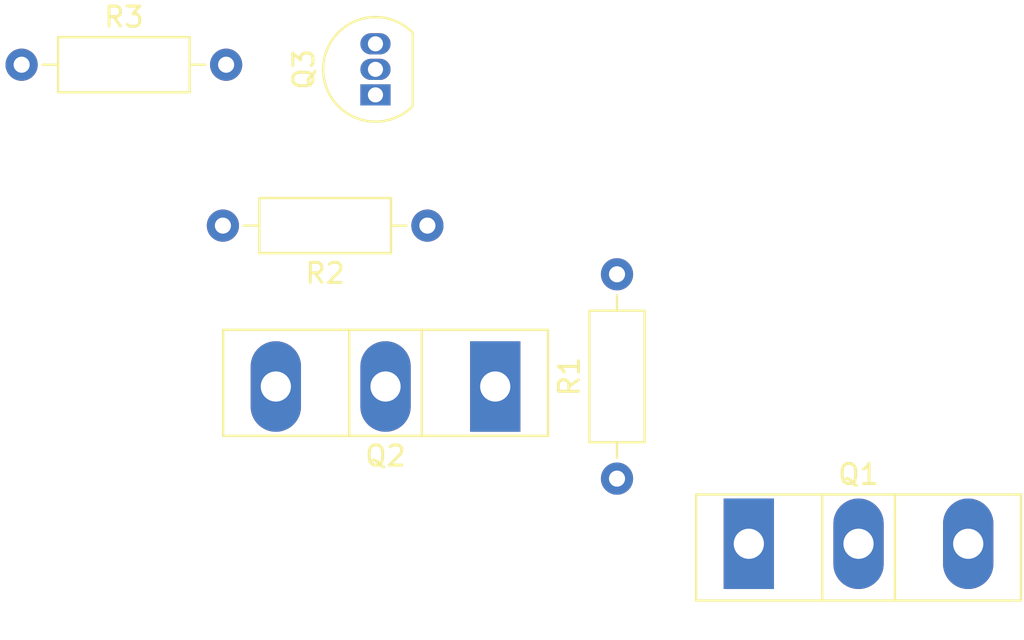
<source format=kicad_pcb>
(kicad_pcb (version 20240108) (generator "pcbnew") (generator_version "8.0")
  (layers (0 "F.Cu" signal) (31 "B.Cu" signal) (34 "B.Paste" user) (35 "F.Paste" user) (36 "B.SilkS" user "B.Silkscreen") (37 "F.SilkS" user "F.Silkscreen") (38 "B.Mask" user) (39 "F.Mask" user) (44 "Edge.Cuts" user))
  (net 0 "")
  (net 1 "V_out")
  (net 2 "V_Pwm")
  (net 4 "V-Source")
  (net 5 "Net-(Q2-G)")
  (net 6 "Net-(Q2-D)")
  (net 7 "Net-(Q3-B)")
  (net 8 "GND")
  (net 9 "V_Controlle")
  (footprint "Package_TO_SOT_THT:TO-247-3_Vertical" (layer "F.Cu") (at 127.95 78.5 180)
    (property "Reference" "Q2" (at 5.45 -3.45 360) (layer "F.SilkS"))
    (property "Value" "PMOS")
    (fp_line (start 13.52 -2.451) (end 13.52 2.82) (stroke (width 0.12)) (layer "F.SilkS"))
    (fp_line (start 7.255 -2.451) (end 7.255 2.82) (stroke (width 0.12)) (layer "F.SilkS"))
    (fp_line (start 3.646 -2.451) (end 3.646 2.82) (stroke (width 0.12)) (layer "F.SilkS"))
    (fp_line (start -2.62 2.82) (end 13.52 2.82) (stroke (width 0.12)) (layer "F.SilkS"))
    (fp_line (start -2.62 -2.451) (end 13.52 -2.451) (stroke (width 0.12)) (layer "F.SilkS"))
    (fp_line (start -2.62 -2.451) (end -2.62 2.82) (stroke (width 0.12)) (layer "F.SilkS"))
    (pad "1" thru_hole rect (at 0 0 180) (size 2.5 4.5) (drill 1.5) (layers "*.Cu" "*.Mask" "In1.Cu" "In2.Cu" "In3.Cu" "In4.Cu" "In5.Cu" "In6.Cu" "In7.Cu" "In8.Cu" "In9.Cu" "In10.Cu" "In11.Cu" "In12.Cu" "In13.Cu" "In14.Cu" "In15.Cu" "In16.Cu" "In17.Cu" "In18.Cu" "In19.Cu" "In20.Cu" "In21.Cu" "In22.Cu" "In23.Cu" "In24.Cu" "In25.Cu" "In26.Cu" "In27.Cu" "In28.Cu" "In29.Cu" "In30.Cu") (net 6 "Net-(Q2-D)"))
    (pad "2" thru_hole oval (at 5.45 0 180) (size 2.5 4.5) (drill 1.5) (layers "*.Cu" "*.Mask" "In1.Cu" "In2.Cu" "In3.Cu" "In4.Cu" "In5.Cu" "In6.Cu" "In7.Cu" "In8.Cu" "In9.Cu" "In10.Cu" "In11.Cu" "In12.Cu" "In13.Cu" "In14.Cu" "In15.Cu" "In16.Cu" "In17.Cu" "In18.Cu" "In19.Cu" "In20.Cu" "In21.Cu" "In22.Cu" "In23.Cu" "In24.Cu" "In25.Cu" "In26.Cu" "In27.Cu" "In28.Cu" "In29.Cu" "In30.Cu") (net 5 "Net-(Q2-G)"))
    (pad "3" thru_hole oval (at 10.9 0 180) (size 2.5 4.5) (drill 1.5) (layers "*.Cu" "*.Mask" "In1.Cu" "In2.Cu" "In3.Cu" "In4.Cu" "In5.Cu" "In6.Cu" "In7.Cu" "In8.Cu" "In9.Cu" "In10.Cu" "In11.Cu" "In12.Cu" "In13.Cu" "In14.Cu" "In15.Cu" "In16.Cu" "In17.Cu" "In18.Cu" "In19.Cu" "In20.Cu" "In21.Cu" "In22.Cu" "In23.Cu" "In24.Cu" "In25.Cu" "In26.Cu" "In27.Cu" "In28.Cu" "In29.Cu" "In30.Cu") (net 4 "V-Source"))
  )
  (footprint "Resistor_THT:R_Axial_DIN0207_L6.3mm_D2.5mm_P10.16mm_Horizontal" (layer "F.Cu") (at 124.58 70.5 180)
    (property "Reference" "R2" (at 5.08 -2.37 360) (layer "F.SilkS"))
    (property "Value" "R")
    (fp_line (start 9.12 0) (end 8.35 0) (stroke (width 0.12)) (layer "F.SilkS"))
    (fp_line (start 8.35 1.37) (end 8.35 -1.37) (stroke (width 0.12)) (layer "F.SilkS"))
    (fp_line (start 8.35 -1.37) (end 1.81 -1.37) (stroke (width 0.12)) (layer "F.SilkS"))
    (fp_line (start 1.81 1.37) (end 8.35 1.37) (stroke (width 0.12)) (layer "F.SilkS"))
    (fp_line (start 1.81 -1.37) (end 1.81 1.37) (stroke (width 0.12)) (layer "F.SilkS"))
    (fp_line (start 1.04 0) (end 1.81 0) (stroke (width 0.12)) (layer "F.SilkS"))
    (pad "1" thru_hole circle (at 0 0 180) (size 1.6 1.6) (drill 0.8) (layers "*.Cu" "*.Mask" "In1.Cu" "In2.Cu" "In3.Cu" "In4.Cu" "In5.Cu" "In6.Cu" "In7.Cu" "In8.Cu" "In9.Cu" "In10.Cu" "In11.Cu" "In12.Cu" "In13.Cu" "In14.Cu" "In15.Cu" "In16.Cu" "In17.Cu" "In18.Cu" "In19.Cu" "In20.Cu" "In21.Cu" "In22.Cu" "In23.Cu" "In24.Cu" "In25.Cu" "In26.Cu" "In27.Cu" "In28.Cu" "In29.Cu" "In30.Cu") (net 5 "Net-(Q2-G)"))
    (pad "2" thru_hole oval (at 10.16 0 180) (size 1.6 1.6) (drill 0.8) (layers "*.Cu" "*.Mask" "In1.Cu" "In2.Cu" "In3.Cu" "In4.Cu" "In5.Cu" "In6.Cu" "In7.Cu" "In8.Cu" "In9.Cu" "In10.Cu" "In11.Cu" "In12.Cu" "In13.Cu" "In14.Cu" "In15.Cu" "In16.Cu" "In17.Cu" "In18.Cu" "In19.Cu" "In20.Cu" "In21.Cu" "In22.Cu" "In23.Cu" "In24.Cu" "In25.Cu" "In26.Cu" "In27.Cu" "In28.Cu" "In29.Cu" "In30.Cu") (net 4 "V-Source"))
  )
  (footprint "Resistor_THT:R_Axial_DIN0207_L6.3mm_D2.5mm_P10.16mm_Horizontal" (layer "F.Cu") (at 134 83.08 90)
    (property "Reference" "R1" (at 5.08 -2.37 90) (layer "F.SilkS"))
    (property "Value" "R")
    (fp_line (start 8.35 -1.37) (end 1.81 -1.37) (stroke (width 0.12)) (layer "F.SilkS"))
    (fp_line (start 1.81 -1.37) (end 1.81 1.37) (stroke (width 0.12)) (layer "F.SilkS"))
    (fp_line (start 9.12 0) (end 8.35 0) (stroke (width 0.12)) (layer "F.SilkS"))
    (fp_line (start 1.04 0) (end 1.81 0) (stroke (width 0.12)) (layer "F.SilkS"))
    (fp_line (start 8.35 1.37) (end 8.35 -1.37) (stroke (width 0.12)) (layer "F.SilkS"))
    (fp_line (start 1.81 1.37) (end 8.35 1.37) (stroke (width 0.12)) (layer "F.SilkS"))
    (pad "1" thru_hole circle (at 0 0 90) (size 1.6 1.6) (drill 0.8) (layers "*.Cu" "*.Mask" "In1.Cu" "In2.Cu" "In3.Cu" "In4.Cu" "In5.Cu" "In6.Cu" "In7.Cu" "In8.Cu" "In9.Cu" "In10.Cu" "In11.Cu" "In12.Cu" "In13.Cu" "In14.Cu" "In15.Cu" "In16.Cu" "In17.Cu" "In18.Cu" "In19.Cu" "In20.Cu" "In21.Cu" "In22.Cu" "In23.Cu" "In24.Cu" "In25.Cu" "In26.Cu" "In27.Cu" "In28.Cu" "In29.Cu" "In30.Cu") (net 1 "V_out"))
    (pad "2" thru_hole oval (at 10.16 0 90) (size 1.6 1.6) (drill 0.8) (layers "*.Cu" "*.Mask" "In1.Cu" "In2.Cu" "In3.Cu" "In4.Cu" "In5.Cu" "In6.Cu" "In7.Cu" "In8.Cu" "In9.Cu" "In10.Cu" "In11.Cu" "In12.Cu" "In13.Cu" "In14.Cu" "In15.Cu" "In16.Cu" "In17.Cu" "In18.Cu" "In19.Cu" "In20.Cu" "In21.Cu" "In22.Cu" "In23.Cu" "In24.Cu" "In25.Cu" "In26.Cu" "In27.Cu" "In28.Cu" "In29.Cu" "In30.Cu") (net 6 "Net-(Q2-D)"))
  )
  (footprint "Resistor_THT:R_Axial_DIN0207_L6.3mm_D2.5mm_P10.16mm_Horizontal" (layer "F.Cu") (at 104.42 62.5)
    (property "Reference" "R3" (at 5.08 -2.37 0) (layer "F.SilkS"))
    (property "Value" "R")
    (fp_line (start 1.04 0) (end 1.81 0) (stroke (width 0.12)) (layer "F.SilkS"))
    (fp_line (start 1.81 -1.37) (end 1.81 1.37) (stroke (width 0.12)) (layer "F.SilkS"))
    (fp_line (start 1.81 1.37) (end 8.35 1.37) (stroke (width 0.12)) (layer "F.SilkS"))
    (fp_line (start 8.35 -1.37) (end 1.81 -1.37) (stroke (width 0.12)) (layer "F.SilkS"))
    (fp_line (start 8.35 1.37) (end 8.35 -1.37) (stroke (width 0.12)) (layer "F.SilkS"))
    (fp_line (start 9.12 0) (end 8.35 0) (stroke (width 0.12)) (layer "F.SilkS"))
    (pad "1" thru_hole circle (at 0 0) (size 1.6 1.6) (drill 0.8) (layers "*.Cu" "*.Mask" "In1.Cu" "In2.Cu" "In3.Cu" "In4.Cu" "In5.Cu" "In6.Cu" "In7.Cu" "In8.Cu" "In9.Cu" "In10.Cu" "In11.Cu" "In12.Cu" "In13.Cu" "In14.Cu" "In15.Cu" "In16.Cu" "In17.Cu" "In18.Cu" "In19.Cu" "In20.Cu" "In21.Cu" "In22.Cu" "In23.Cu" "In24.Cu" "In25.Cu" "In26.Cu" "In27.Cu" "In28.Cu" "In29.Cu" "In30.Cu") (net 9 "V_Controlle"))
    (pad "2" thru_hole oval (at 10.16 0) (size 1.6 1.6) (drill 0.8) (layers "*.Cu" "*.Mask" "In1.Cu" "In2.Cu" "In3.Cu" "In4.Cu" "In5.Cu" "In6.Cu" "In7.Cu" "In8.Cu" "In9.Cu" "In10.Cu" "In11.Cu" "In12.Cu" "In13.Cu" "In14.Cu" "In15.Cu" "In16.Cu" "In17.Cu" "In18.Cu" "In19.Cu" "In20.Cu" "In21.Cu" "In22.Cu" "In23.Cu" "In24.Cu" "In25.Cu" "In26.Cu" "In27.Cu" "In28.Cu" "In29.Cu" "In30.Cu") (net 7 "Net-(Q3-B)"))
  )
  (footprint "Package_TO_SOT_THT:TO-247-3_Vertical" (layer "F.Cu") (at 140.55 86.32)
    (property "Reference" "Q1" (at 5.45 -3.45 360) (layer "F.SilkS"))
    (property "Value" "NMOS")
    (fp_line (start -2.62 -2.451) (end -2.62 2.82) (stroke (width 0.12)) (layer "F.SilkS"))
    (fp_line (start -2.62 -2.451) (end 13.52 -2.451) (stroke (width 0.12)) (layer "F.SilkS"))
    (fp_line (start -2.62 2.82) (end 13.52 2.82) (stroke (width 0.12)) (layer "F.SilkS"))
    (fp_line (start 3.646 -2.451) (end 3.646 2.82) (stroke (width 0.12)) (layer "F.SilkS"))
    (fp_line (start 7.255 -2.451) (end 7.255 2.82) (stroke (width 0.12)) (layer "F.SilkS"))
    (fp_line (start 13.52 -2.451) (end 13.52 2.82) (stroke (width 0.12)) (layer "F.SilkS"))
    (pad "1" thru_hole rect (at 0 0) (size 2.5 4.5) (drill 1.5) (layers "*.Cu" "*.Mask" "In1.Cu" "In2.Cu" "In3.Cu" "In4.Cu" "In5.Cu" "In6.Cu" "In7.Cu" "In8.Cu" "In9.Cu" "In10.Cu" "In11.Cu" "In12.Cu" "In13.Cu" "In14.Cu" "In15.Cu" "In16.Cu" "In17.Cu" "In18.Cu" "In19.Cu" "In20.Cu" "In21.Cu" "In22.Cu" "In23.Cu" "In24.Cu" "In25.Cu" "In26.Cu" "In27.Cu" "In28.Cu" "In29.Cu" "In30.Cu") (net 1 "V_out"))
    (pad "2" thru_hole oval (at 5.45 0) (size 2.5 4.5) (drill 1.5) (layers "*.Cu" "*.Mask" "In1.Cu" "In2.Cu" "In3.Cu" "In4.Cu" "In5.Cu" "In6.Cu" "In7.Cu" "In8.Cu" "In9.Cu" "In10.Cu" "In11.Cu" "In12.Cu" "In13.Cu" "In14.Cu" "In15.Cu" "In16.Cu" "In17.Cu" "In18.Cu" "In19.Cu" "In20.Cu" "In21.Cu" "In22.Cu" "In23.Cu" "In24.Cu" "In25.Cu" "In26.Cu" "In27.Cu" "In28.Cu" "In29.Cu" "In30.Cu") (net 2 "V_Pwm"))
    (pad "3" thru_hole oval (at 10.9 0) (size 2.5 4.5) (drill 1.5) (layers "*.Cu" "*.Mask" "In1.Cu" "In2.Cu" "In3.Cu" "In4.Cu" "In5.Cu" "In6.Cu" "In7.Cu" "In8.Cu" "In9.Cu" "In10.Cu" "In11.Cu" "In12.Cu" "In13.Cu" "In14.Cu" "In15.Cu" "In16.Cu" "In17.Cu" "In18.Cu" "In19.Cu" "In20.Cu" "In21.Cu" "In22.Cu" "In23.Cu" "In24.Cu" "In25.Cu" "In26.Cu" "In27.Cu" "In28.Cu" "In29.Cu" "In30.Cu"))
  )
  (footprint "Package_TO_SOT_THT:TO-92_Inline" (layer "F.Cu") (at 122 64 90)
    (property "Reference" "Q3" (at 1.27 -3.56 90) (layer "F.SilkS"))
    (property "Value" "2N3904")
    (fp_line (start -0.53 1.85) (end 3.07 1.85) (stroke (width 0.12)) (layer "F.SilkS"))
    (fp_arc (start 1.27 -2.6) (mid 3.672087 -0.994977) (end 3.108478 1.838478) (stroke (width 0.12)) (layer "F.SilkS"))
    (fp_arc (start -0.568478 1.838478) (mid -1.132087 -0.994977) (end 1.27 -2.6) (stroke (width 0.12)) (layer "F.SilkS"))
    (pad "1" thru_hole rect (at 0 0 90) (size 1.05 1.5) (drill 0.75) (layers "*.Cu" "*.Mask" "In1.Cu" "In2.Cu" "In3.Cu" "In4.Cu" "In5.Cu" "In6.Cu" "In7.Cu" "In8.Cu" "In9.Cu" "In10.Cu" "In11.Cu" "In12.Cu" "In13.Cu" "In14.Cu" "In15.Cu" "In16.Cu" "In17.Cu" "In18.Cu" "In19.Cu" "In20.Cu" "In21.Cu" "In22.Cu" "In23.Cu" "In24.Cu" "In25.Cu" "In26.Cu" "In27.Cu" "In28.Cu" "In29.Cu" "In30.Cu") (net 8 "GND"))
    (pad "2" thru_hole oval (at 1.27 0 90) (size 1.05 1.5) (drill 0.75) (layers "*.Cu" "*.Mask" "In1.Cu" "In2.Cu" "In3.Cu" "In4.Cu" "In5.Cu" "In6.Cu" "In7.Cu" "In8.Cu" "In9.Cu" "In10.Cu" "In11.Cu" "In12.Cu" "In13.Cu" "In14.Cu" "In15.Cu" "In16.Cu" "In17.Cu" "In18.Cu" "In19.Cu" "In20.Cu" "In21.Cu" "In22.Cu" "In23.Cu" "In24.Cu" "In25.Cu" "In26.Cu" "In27.Cu" "In28.Cu" "In29.Cu" "In30.Cu") (net 7 "Net-(Q3-B)"))
    (pad "3" thru_hole oval (at 2.54 0 90) (size 1.05 1.5) (drill 0.75) (layers "*.Cu" "*.Mask" "In1.Cu" "In2.Cu" "In3.Cu" "In4.Cu" "In5.Cu" "In6.Cu" "In7.Cu" "In8.Cu" "In9.Cu" "In10.Cu" "In11.Cu" "In12.Cu" "In13.Cu" "In14.Cu" "In15.Cu" "In16.Cu" "In17.Cu" "In18.Cu" "In19.Cu" "In20.Cu" "In21.Cu" "In22.Cu" "In23.Cu" "In24.Cu" "In25.Cu" "In26.Cu" "In27.Cu" "In28.Cu" "In29.Cu" "In30.Cu") (net 5 "Net-(Q2-G)"))
  )
)
</source>
